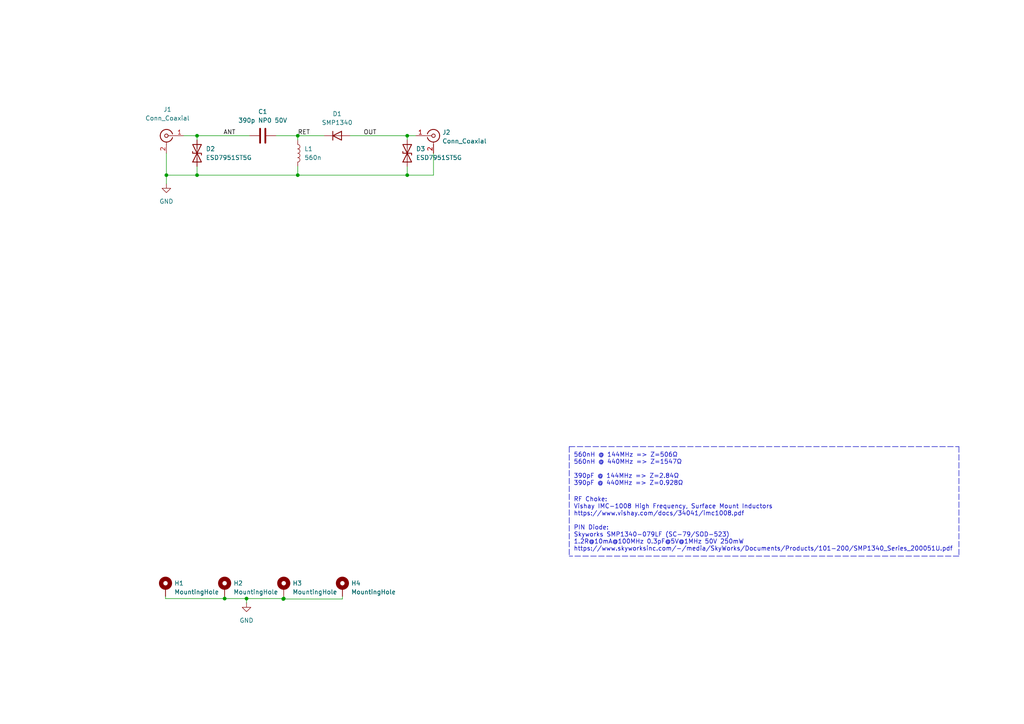
<source format=kicad_sch>
(kicad_sch (version 20211123) (generator eeschema)
  (paper "A4")
  (lib_symbols
    (symbol "Connector:Conn_Coaxial" (pin_names (offset 1.016) hide)
      (property "Reference" "J" (at 0.254 3.048 0))
      (property "Value" "Conn_Coaxial" (at 2.921 0 90))
      (symbol "Conn_Coaxial_0_1"
        (arc (start -1.778 -0.508) (mid 0.222 -1.808) (end 1.778 0) (stroke (width 0.254)))
        (polyline (pts (xy -2.54 0) (xy -0.508 0)))
        (polyline (pts (xy 0 -2.54) (xy 0 -1.778)))
        (circle (center 0 0) (radius 0.508) (stroke (width 0.2032)))
        (arc (start 1.778 0) (mid 0.222 1.8083) (end -1.778 0.508) (stroke (width 0.254)))
      )
      (symbol "Conn_Coaxial_1_1"
        (pin passive line (at -5.08 0 0) (length 2.54) (name "In") (number "1"))
        (pin passive line (at 0 -5.08 90) (length 2.54) (name "Ext") (number "2"))
      )
    )
    (symbol "Device:C" (pin_numbers hide) (pin_names (offset 0.254))
      (property "Reference" "C" (at 0.635 2.54 0))
      (property "Value" "C" (at 0.635 -2.54 0))
      (symbol "C_0_1"
        (polyline (pts (xy -2.032 -0.762) (xy 2.032 -0.762)) (stroke (width 0.508)))
        (polyline (pts (xy -2.032 0.762) (xy 2.032 0.762)) (stroke (width 0.508)))
      )
      (symbol "C_1_1"
        (pin passive line (at 0 3.81 270) (length 2.794) (name "~") (number "1"))
        (pin passive line (at 0 -3.81 90) (length 2.794) (name "~") (number "2"))
      )
    )
    (symbol "Device:D" (pin_numbers hide) (pin_names (offset 1.016) hide)
      (property "Reference" "D" (at 0 2.54 0))
      (property "Value" "D" (at 0 -2.54 0))
      (symbol "D_0_1"
        (polyline (pts (xy -1.27 1.27) (xy -1.27 -1.27)) (stroke (width 0.254)))
        (polyline (pts (xy 1.27 0) (xy -1.27 0)))
        (polyline (pts (xy 1.27 1.27) (xy 1.27 -1.27) (xy -1.27 0) (xy 1.27 1.27)) (stroke (width 0.254)))
      )
      (symbol "D_1_1"
        (pin passive line (at -3.81 0 0) (length 2.54) (name "K") (number "1"))
        (pin passive line (at 3.81 0 180) (length 2.54) (name "A") (number "2"))
      )
    )
    (symbol "Device:D_TVS" (pin_numbers hide) (pin_names (offset 1.016) hide)
      (property "Reference" "D" (at 0 2.54 0))
      (property "Value" "D_TVS" (at 0 -2.54 0))
      (symbol "D_TVS_0_1"
        (polyline (pts (xy 1.27 0) (xy -1.27 0)))
        (polyline (pts (xy 0.508 1.27) (xy 0 1.27) (xy 0 -1.27) (xy -0.508 -1.27)) (stroke (width 0.254)))
        (polyline (pts (xy -2.54 1.27) (xy -2.54 -1.27) (xy 2.54 1.27) (xy 2.54 -1.27) (xy -2.54 1.27)) (stroke (width 0.254)))
      )
      (symbol "D_TVS_1_1"
        (pin passive line (at -3.81 0 0) (length 2.54) (name "A1") (number "1"))
        (pin passive line (at 3.81 0 180) (length 2.54) (name "A2") (number "2"))
      )
    )
    (symbol "Device:L" (pin_numbers hide) (pin_names (offset 1.016) hide)
      (property "Reference" "L" (at -1.27 0 90))
      (property "Value" "L" (at 1.905 0 90))
      (symbol "L_0_1"
        (arc (start 0 -2.54) (mid 0.635 -1.905) (end 0 -1.27))
        (arc (start 0 -1.27) (mid 0.635 -0.635) (end 0 0))
        (arc (start 0 0) (mid 0.635 0.635) (end 0 1.27))
        (arc (start 0 1.27) (mid 0.635 1.905) (end 0 2.54))
      )
      (symbol "L_1_1"
        (pin passive line (at 0 3.81 270) (length 1.27) (name "1") (number "1"))
        (pin passive line (at 0 -3.81 90) (length 1.27) (name "2") (number "2"))
      )
    )
    (symbol "Mechanical:MountingHole_Pad" (pin_numbers hide) (pin_names (offset 1.016) hide)
      (property "Reference" "H" (at 0 6.35 0))
      (property "Value" "MountingHole_Pad" (at 0 4.445 0))
      (symbol "MountingHole_Pad_0_1"
        (circle (center 0 1.27) (radius 1.27) (stroke (width 1.27)))
      )
      (symbol "MountingHole_Pad_1_1"
        (pin input line (at 0 -2.54 90) (length 2.54) (name "1") (number "1"))
      )
    )
    (symbol "power:GND" (power) (pin_names (offset 0))
      (property "Value" "GND" (at 0 -3.81 0))
      (symbol "GND_0_1"
        (polyline (pts (xy 0 0) (xy 0 -1.27) (xy 1.27 -1.27) (xy 0 -2.54) (xy -1.27 -1.27) (xy 0 -1.27)))
      )
      (symbol "GND_1_1"
        (pin power_in line (at 0 0 270) (length 0) hide (name "GND") (number "1"))
      )
    )
  )
  (junction (at 48.26 50.8))
  (junction (at 65.151 173.609))
  (junction (at 57.15 39.37))
  (junction (at 57.15 50.8))
  (junction (at 118.11 50.8))
  (junction (at 86.36 39.37))
  (junction (at 71.501 173.609))
  (junction (at 86.36 50.8))
  (junction (at 82.169 173.736))
  (junction (at 82.296 173.609))
  (junction (at 118.11 39.37))
  (wire (pts (xy 118.11 39.37) (xy 118.11 40.64)))
  (wire (pts (xy 57.15 48.26) (xy 57.15 50.8)))
  (polyline (pts (xy 165.1 129.54) (xy 278.13 129.54)))
  (wire (pts (xy 71.501 173.609) (xy 71.501 174.879)))
  (wire (pts (xy 86.36 50.8) (xy 118.11 50.8)))
  (wire (pts (xy 82.296 172.974) (xy 82.296 173.609)))
  (wire (pts (xy 86.36 39.37) (xy 86.36 40.64)))
  (wire (pts (xy 101.6 39.37) (xy 118.11 39.37)))
  (wire (pts (xy 48.26 50.8) (xy 48.26 53.34)))
  (wire (pts (xy 53.34 39.37) (xy 57.15 39.37)))
  (wire (pts (xy 57.15 50.8) (xy 86.36 50.8)))
  (wire (pts (xy 118.11 50.8) (xy 125.73 50.8)))
  (wire (pts (xy 82.169 173.736) (xy 82.296 173.609)))
  (polyline (pts (xy 165.1 129.54) (xy 165.1 161.29)))
  (wire (pts (xy 80.01 39.37) (xy 86.36 39.37)))
  (wire (pts (xy 118.11 39.37) (xy 120.65 39.37)))
  (wire (pts (xy 125.73 44.45) (xy 125.73 50.8)))
  (wire (pts (xy 48.26 50.8) (xy 57.15 50.8)))
  (polyline (pts (xy 278.13 129.54) (xy 278.13 161.29)))
  (wire (pts (xy 99.314 172.974) (xy 99.314 173.736)))
  (wire (pts (xy 86.36 39.37) (xy 93.98 39.37)))
  (wire (pts (xy 48.006 172.974) (xy 48.006 173.609)))
  (wire (pts (xy 48.26 44.45) (xy 48.26 50.8)))
  (wire (pts (xy 65.151 172.974) (xy 65.151 173.609)))
  (wire (pts (xy 57.15 39.37) (xy 57.15 40.64)))
  (polyline (pts (xy 278.13 161.29) (xy 165.1 161.29)))
  (wire (pts (xy 118.11 48.26) (xy 118.11 50.8)))
  (wire (pts (xy 65.151 173.609) (xy 71.501 173.609)))
  (wire (pts (xy 86.36 48.26) (xy 86.36 50.8)))
  (wire (pts (xy 82.169 173.736) (xy 99.314 173.736)))
  (wire (pts (xy 48.006 173.609) (xy 65.151 173.609)))
  (wire (pts (xy 57.15 39.37) (xy 72.39 39.37)))
  (wire (pts (xy 71.501 173.609) (xy 82.296 173.609)))
  (text "RF Choke:\nVishay IMC-1008 High Frequency, Surface Mount Inductors\nhttps://www.vishay.com/docs/34041/imc1008.pdf\n\nPIN Diode:\nSkyworks SMP1340-079LF (SC-79/SOD-523)\n1.2R@10mA@100MHz 0.3pF@5V@1MHz 50V 250mW\nhttps://www.skyworksinc.com/-/media/SkyWorks/Documents/Products/101-200/SMP1340_Series_200051U.pdf" (at 166.37 160.02 0) (effects (font (size 1.27 1.27)) (justify left bottom)))
  (text "560nH @ 144MHz => Z=506Ω\n560nH @ 440MHz => Z=1547Ω\n\n390pF @ 144MHz => Z=2.84Ω\n390pF @ 440MHz => Z=0.928Ω" (at 166.37 140.97 0) (effects (font (size 1.27 1.27)) (justify left bottom)))
  (label "ANT" (at 64.77 39.37 0))
  (label "RET" (at 86.36 39.37 0))
  (label "OUT" (at 105.41 39.37 0))
  (symbol (lib_id "Mechanical:MountingHole_Pad") (at 48.006 170.434 0) (unit 1) (in_bom no)
    (property "Reference" "H1" (at 50.546 169.1639 0) (effects (justify left)))
    (property "Value" "MountingHole" (at 50.546 171.7039 0) (effects (justify left)))
    (property "Footprint" "MountingHole:MountingHole_3.2mm_M3_Pad_TopBottom" (effects hide))
  )
  (symbol (lib_id "Mechanical:MountingHole_Pad") (at 65.151 170.434 0) (unit 1) (in_bom no)
    (property "Reference" "H2" (at 67.691 169.1639 0) (effects (justify left)))
    (property "Value" "MountingHole" (at 67.691 171.7039 0) (effects (justify left)))
    (property "Footprint" "MountingHole:MountingHole_3.2mm_M3_Pad_TopBottom" (effects hide))
  )
  (symbol (lib_id "Mechanical:MountingHole_Pad") (at 82.296 170.434 0) (unit 1) (in_bom no)
    (property "Reference" "H3" (at 84.836 169.1639 0) (effects (justify left)))
    (property "Value" "MountingHole" (at 84.836 171.7039 0) (effects (justify left)))
    (property "Footprint" "MountingHole:MountingHole_3.2mm_M3_Pad_TopBottom" (effects hide))
  )
  (symbol (lib_id "Device:D") (at 97.79 39.37 0) (unit 1)
    (property "Reference" "D1" (at 97.79 33.02 0))
    (property "Value" "SMP1340" (at 97.79 35.56 0))
    (property "Footprint" "Diode_SMD:D_SOD-523" (effects hide))
    (property "Datasheet" "https://www.skyworksinc.com/-/media/SkyWorks/Documents/Products/101-200/SMP1340_Series_200051U.pdf" (effects hide))
    (property "MFG" "Skyworks" (effects hide))
    (property "MPN" "SMP1340-079LF" (effects hide))
    (property "LCSC" "C5365278" (effects hide))
  )
  (symbol (lib_id "Device:D_TVS") (at 57.15 44.45 90) (unit 1)
    (property "Reference" "D2" (at 59.69 43.1799 90) (effects (justify right)))
    (property "Value" "ESD7951ST5G" (at 59.69 45.7199 90) (effects (justify right)))
    (property "Footprint" "Diode_SMD:D_SOD-923" (effects hide))
    (property "Datasheet" "https://www.onsemi.com/pdf/datasheet/esd7951s-d.pdf" (effects hide))
    (property "MFG" "OnSemi" (effects hide))
    (property "MPN" "ESD7951ST5G" (effects hide))
    (property "LCSC" "C94375" (effects hide))
  )
  (symbol (lib_id "Connector:Conn_Coaxial") (at 125.73 39.37 0) (unit 1)
    (property "Reference" "J2" (at 128.27 38.3931 0) (effects (justify left)))
    (property "Value" "Conn_Coaxial" (at 128.27 40.9331 0) (effects (justify left)))
    (property "Footprint" "ch:SMA_Horizontal" (effects hide))
    (property "Datasheet" " ~" (effects hide))
    (property "LCSC" "C1509208" (effects hide))
  )
  (symbol (lib_id "Device:L") (at 86.36 44.45 0) (unit 1)
    (property "Reference" "L1" (at 88.265 43.1799 0) (effects (justify left)))
    (property "Value" "560n" (at 88.265 45.7199 0) (effects (justify left)))
    (property "Footprint" "ch:IMC1008" (effects hide))
    (property "Datasheet" "https://www.vishay.com/docs/34041/imc1008.pdf" (effects hide))
    (property "MFG" "Vishay Dale" (effects hide))
    (property "MPN" "IMC1008ERR56J" (effects hide))
    (property "LCSC" "C5365279" (effects hide))
  )
  (symbol (lib_id "Mechanical:MountingHole_Pad") (at 99.314 170.434 0) (unit 1) (in_bom no)
    (property "Reference" "H4" (at 101.854 169.1639 0) (effects (justify left)))
    (property "Value" "MountingHole" (at 101.854 171.7039 0) (effects (justify left)))
    (property "Footprint" "MountingHole:MountingHole_3.2mm_M3_Pad_TopBottom" (effects hide))
  )
  (symbol (lib_id "Connector:Conn_Coaxial") (at 48.26 39.37 0) (mirror y) (unit 1)
    (property "Reference" "J1" (at 48.5774 31.75 0))
    (property "Value" "Conn_Coaxial" (at 48.5774 34.29 0))
    (property "Footprint" "ch:SMA_Molex-73391-0070_Vertical" (effects hide))
    (property "Datasheet" " ~" (effects hide))
    (property "LCSC" "C2874833" (effects hide))
  )
  (symbol (lib_id "power:GND") (at 71.501 174.879 0) (unit 1)
    (property "Reference" "#PWR0101" (effects hide))
    (property "Value" "GND" (at 71.501 179.959 0))
  )
  (symbol (lib_id "Device:D_TVS") (at 118.11 44.45 90) (unit 1)
    (property "Reference" "D3" (at 120.65 43.1799 90) (effects (justify right)))
    (property "Value" "ESD7951ST5G" (at 120.65 45.7199 90) (effects (justify right)))
    (property "Footprint" "Diode_SMD:D_SOD-923" (effects hide))
    (property "Datasheet" "https://www.onsemi.com/pdf/datasheet/esd7951s-d.pdf" (effects hide))
    (property "MFG" "OnSemi" (effects hide))
    (property "MPN" "ESD7951ST5G" (effects hide))
    (property "LCSC" "C94375" (effects hide))
  )
  (symbol (lib_id "Device:C") (at 76.2 39.37 90) (unit 1)
    (property "Reference" "C1" (at 76.2 32.385 90))
    (property "Value" "390p NP0 50V" (at 76.2 34.925 90))
    (property "Footprint" "Capacitor_SMD:C_0402_1005Metric" (effects hide))
    (property "Datasheet" "https://www.lcsc.com/product-detail/Multilayer-Ceramic-Capacitors-MLCC-SMD-SMT_Murata-Electronics-GRM1555C1H391FA01D_C162100.html" (effects hide))
    (property "MFG" "Murata" (effects hide))
    (property "MPN" "GRM1555C1H391FA01D" (effects hide))
    (property "LCSC" "C162100" (effects hide))
  )
  (symbol (lib_id "power:GND") (at 48.26 53.34 0) (unit 1)
    (property "Reference" "#PWR01" (effects hide))
    (property "Value" "GND" (at 48.26 58.42 0))
  )
)
</source>
